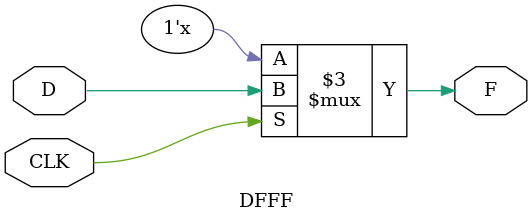
<source format=v>
module DFFF(CLK, D, F);
    input CLK, D;
    output F;

    reg F;

    always @(CLK or D)
		 if (CLK)
		 F = D;
endmodule
</source>
